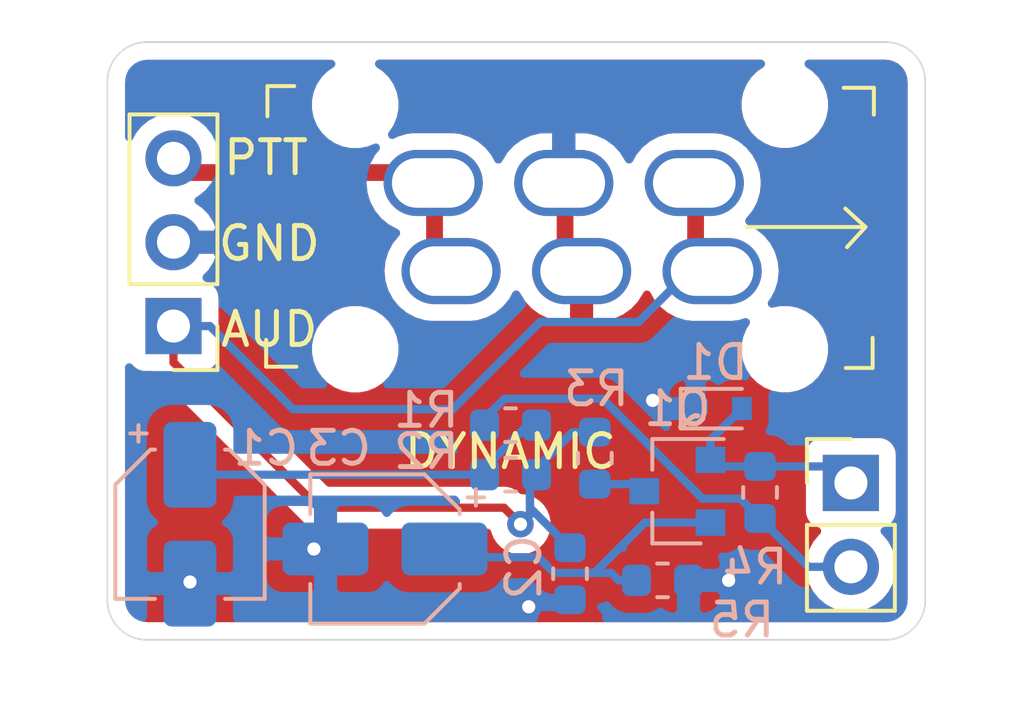
<source format=kicad_pcb>
(kicad_pcb (version 20171130) (host pcbnew "(5.1.4)-1")

  (general
    (thickness 1.6)
    (drawings 13)
    (tracks 68)
    (zones 0)
    (modules 13)
    (nets 9)
  )

  (page A4)
  (layers
    (0 F.Cu signal)
    (31 B.Cu signal hide)
    (32 B.Adhes user hide)
    (33 F.Adhes user)
    (34 B.Paste user hide)
    (35 F.Paste user)
    (36 B.SilkS user hide)
    (37 F.SilkS user)
    (38 B.Mask user hide)
    (39 F.Mask user)
    (40 Dwgs.User user)
    (41 Cmts.User user)
    (42 Eco1.User user)
    (43 Eco2.User user)
    (44 Edge.Cuts user)
    (45 Margin user)
    (46 B.CrtYd user hide)
    (47 F.CrtYd user)
    (48 B.Fab user hide)
    (49 F.Fab user hide)
  )

  (setup
    (last_trace_width 0.25)
    (user_trace_width 0.381)
    (user_trace_width 0.508)
    (trace_clearance 0.2)
    (zone_clearance 0.508)
    (zone_45_only no)
    (trace_min 0.2)
    (via_size 0.8)
    (via_drill 0.4)
    (via_min_size 0.4)
    (via_min_drill 0.3)
    (uvia_size 0.3)
    (uvia_drill 0.1)
    (uvias_allowed no)
    (uvia_min_size 0.2)
    (uvia_min_drill 0.1)
    (edge_width 0.05)
    (segment_width 0.2)
    (pcb_text_width 0.3)
    (pcb_text_size 1.5 1.5)
    (mod_edge_width 0.12)
    (mod_text_size 1 1)
    (mod_text_width 0.15)
    (pad_size 1.524 1.524)
    (pad_drill 0.762)
    (pad_to_mask_clearance 0.051)
    (solder_mask_min_width 0.25)
    (aux_axis_origin 0 0)
    (visible_elements 7FFFFFFF)
    (pcbplotparams
      (layerselection 0x010fc_ffffffff)
      (usegerberextensions false)
      (usegerberattributes false)
      (usegerberadvancedattributes false)
      (creategerberjobfile false)
      (excludeedgelayer true)
      (linewidth 0.100000)
      (plotframeref false)
      (viasonmask false)
      (mode 1)
      (useauxorigin false)
      (hpglpennumber 1)
      (hpglpenspeed 20)
      (hpglpendiameter 15.000000)
      (psnegative false)
      (psa4output false)
      (plotreference true)
      (plotvalue true)
      (plotinvisibletext false)
      (padsonsilk false)
      (subtractmaskfromsilk false)
      (outputformat 1)
      (mirror false)
      (drillshape 0)
      (scaleselection 1)
      (outputdirectory "GerbersDynamic/"))
  )

  (net 0 "")
  (net 1 GND)
  (net 2 "Net-(C1-Pad1)")
  (net 3 "Net-(C2-Pad1)")
  (net 4 "Net-(C3-Pad1)")
  (net 5 "Net-(D1-Pad2)")
  (net 6 "Net-(J1-Pad2)")
  (net 7 "Net-(J2-Pad3)")
  (net 8 "Net-(Q1-Pad3)")

  (net_class Default "This is the default net class."
    (clearance 0.2)
    (trace_width 0.25)
    (via_dia 0.8)
    (via_drill 0.4)
    (uvia_dia 0.3)
    (uvia_drill 0.1)
    (add_net GND)
    (add_net "Net-(C1-Pad1)")
    (add_net "Net-(C2-Pad1)")
    (add_net "Net-(C3-Pad1)")
    (add_net "Net-(D1-Pad2)")
    (add_net "Net-(J1-Pad2)")
    (add_net "Net-(J2-Pad3)")
    (add_net "Net-(Q1-Pad3)")
  )

  (module Logan:NingboSwitch (layer F.Cu) (tedit 5E6933BA) (tstamp 5E696012)
    (at 128 67.5)
    (path /5E69252B)
    (fp_text reference S1 (at -6.096 -5.0292 180) (layer F.SilkS) hide
      (effects (font (size 1 1) (thickness 0.15)))
    )
    (fp_text value NingboSwitch (at 0 0) (layer F.Fab)
      (effects (font (size 1 1) (thickness 0.15)))
    )
    (fp_line (start 8.9408 0) (end 8.3312 -0.5588) (layer F.SilkS) (width 0.12))
    (fp_line (start 8.9408 0) (end 8.382 0.6096) (layer F.SilkS) (width 0.12))
    (fp_line (start -9.1572 -3.3536) (end -9.1572 -4.268) (layer F.SilkS) (width 0.12))
    (fp_line (start -9.1572 -4.268) (end -8.3444 -4.268) (layer F.SilkS) (width 0.12))
    (fp_line (start -8.2812 4.2296) (end -9.1956 4.2296) (layer F.SilkS) (width 0.12))
    (fp_line (start -9.1956 4.2296) (end -9.1956 3.4168) (layer F.SilkS) (width 0.12))
    (fp_line (start 9.1572 3.3536) (end 9.1572 4.268) (layer F.SilkS) (width 0.12))
    (fp_line (start 9.1572 4.268) (end 8.3444 4.268) (layer F.SilkS) (width 0.12))
    (fp_line (start 8.9408 0) (end 5.334 0) (layer F.SilkS) (width 0.12))
    (fp_line (start 9.1948 -4.2164) (end 9.1948 -3.4036) (layer F.SilkS) (width 0.12))
    (fp_line (start 8.2804 -4.2164) (end 9.1948 -4.2164) (layer F.SilkS) (width 0.12))
    (fp_line (start -8.94 4) (end -8.94 -4) (layer F.CrtYd) (width 0.05))
    (fp_line (start 8.94 4) (end -8.94 4) (layer F.CrtYd) (width 0.05))
    (fp_line (start 8.94 -4) (end 8.94 4) (layer F.CrtYd) (width 0.05))
    (fp_line (start -8.94 -4) (end 8.94 -4) (layer F.CrtYd) (width 0.05))
    (pad "" np_thru_hole circle (at -6.5 3.7) (size 1.6 1.6) (drill 1.6) (layers *.Cu *.Mask))
    (pad "" np_thru_hole circle (at 6.5 3.7) (size 1.6 1.6) (drill 1.6) (layers *.Cu *.Mask))
    (pad "" np_thru_hole circle (at -6.5 -3.7) (size 1.6 1.6) (drill 1.6) (layers *.Cu *.Mask))
    (pad "" np_thru_hole circle (at 6.5 -3.7) (size 1.6 1.6) (drill 1.6) (layers *.Cu *.Mask))
    (pad 6 thru_hole oval (at 4.3 1.335) (size 3 2) (drill oval 2.5 1.5) (layers *.Cu *.Mask)
      (net 3 "Net-(C2-Pad1)"))
    (pad 5 thru_hole oval (at 3.76 -1.335) (size 3 2) (drill oval 2.5 1.5) (layers *.Cu *.Mask)
      (net 3 "Net-(C2-Pad1)"))
    (pad 4 thru_hole oval (at 0.35 1.335) (size 3 2) (drill oval 2.5 1.5) (layers *.Cu *.Mask)
      (net 1 GND))
    (pad 3 thru_hole oval (at -0.19 -1.335) (size 3 2) (drill oval 2.5 1.5) (layers *.Cu *.Mask)
      (net 1 GND))
    (pad 1 thru_hole oval (at -3.6 1.335) (size 3 2) (drill oval 2.5 1.5) (layers *.Cu *.Mask)
      (net 7 "Net-(J2-Pad3)"))
    (pad 2 thru_hole oval (at -4.14 -1.335) (size 3 2) (drill oval 2.5 1.5) (layers *.Cu *.Mask)
      (net 7 "Net-(J2-Pad3)"))
    (model C:/Users/lbleam/Documents/KiCad/stepfiles/NingboSwitch.STEP
      (offset (xyz -1.9 -2.5 -12))
      (scale (xyz 1 1 1))
      (rotate (xyz 90 180 -90))
    )
  )

  (module Diode_SMD:D_SOD-523 (layer B.Cu) (tedit 586419F0) (tstamp 5E6986EA)
    (at 132.5 73)
    (descr "http://www.diodes.com/datasheets/ap02001.pdf p.144")
    (tags "Diode SOD523")
    (path /5E68B6FA)
    (attr smd)
    (fp_text reference D1 (at -0.1 -1.4) (layer B.SilkS)
      (effects (font (size 1 1) (thickness 0.15)) (justify mirror))
    )
    (fp_text value 5.0 (at 0 -1.4) (layer B.Fab)
      (effects (font (size 1 1) (thickness 0.15)) (justify mirror))
    )
    (fp_line (start 0.7 -0.6) (end -1.15 -0.6) (layer B.SilkS) (width 0.12))
    (fp_line (start 0.7 0.6) (end -1.15 0.6) (layer B.SilkS) (width 0.12))
    (fp_line (start 0.65 -0.45) (end -0.65 -0.45) (layer B.Fab) (width 0.1))
    (fp_line (start -0.65 -0.45) (end -0.65 0.45) (layer B.Fab) (width 0.1))
    (fp_line (start -0.65 0.45) (end 0.65 0.45) (layer B.Fab) (width 0.1))
    (fp_line (start 0.65 0.45) (end 0.65 -0.45) (layer B.Fab) (width 0.1))
    (fp_line (start -0.2 -0.2) (end -0.2 0.2) (layer B.Fab) (width 0.1))
    (fp_line (start -0.2 0) (end -0.35 0) (layer B.Fab) (width 0.1))
    (fp_line (start -0.2 0) (end 0.1 -0.2) (layer B.Fab) (width 0.1))
    (fp_line (start 0.1 -0.2) (end 0.1 0.2) (layer B.Fab) (width 0.1))
    (fp_line (start 0.1 0.2) (end -0.2 0) (layer B.Fab) (width 0.1))
    (fp_line (start 0.1 0) (end 0.25 0) (layer B.Fab) (width 0.1))
    (fp_line (start 1.25 -0.7) (end -1.25 -0.7) (layer B.CrtYd) (width 0.05))
    (fp_line (start -1.25 -0.7) (end -1.25 0.7) (layer B.CrtYd) (width 0.05))
    (fp_line (start -1.25 0.7) (end 1.25 0.7) (layer B.CrtYd) (width 0.05))
    (fp_line (start 1.25 0.7) (end 1.25 -0.7) (layer B.CrtYd) (width 0.05))
    (fp_line (start -1.15 0.6) (end -1.15 -0.6) (layer B.SilkS) (width 0.12))
    (fp_text user %R (at 0 1.3) (layer B.Fab)
      (effects (font (size 1 1) (thickness 0.15)) (justify mirror))
    )
    (pad 1 smd rect (at -0.7 0 180) (size 0.6 0.7) (layers B.Cu B.Paste B.Mask)
      (net 1 GND))
    (pad 2 smd rect (at 0.7 0 180) (size 0.6 0.7) (layers B.Cu B.Paste B.Mask)
      (net 5 "Net-(D1-Pad2)"))
    (model ${KISYS3DMOD}/Diode_SMD.3dshapes/D_SOD-523.wrl
      (at (xyz 0 0 0))
      (scale (xyz 1 1 1))
      (rotate (xyz 0 0 0))
    )
  )

  (module Capacitor_SMD:CP_Elec_4x4.5 (layer B.Cu) (tedit 5BCA39CF) (tstamp 5E696DA8)
    (at 122.4 77.25 180)
    (descr "SMD capacitor, aluminum electrolytic, Nichicon, 4.0x4.5mm")
    (tags "capacitor electrolytic")
    (path /5E68ADB8)
    (attr smd)
    (fp_text reference C3 (at 1.4 3.05 180) (layer B.SilkS)
      (effects (font (size 1 1) (thickness 0.15)) (justify mirror))
    )
    (fp_text value 4.7u (at 0 -3.2 180) (layer B.Fab)
      (effects (font (size 1 1) (thickness 0.15)) (justify mirror))
    )
    (fp_text user %R (at 0 0 180) (layer B.Fab)
      (effects (font (size 0.8 0.8) (thickness 0.12)) (justify mirror))
    )
    (fp_line (start -3.35 -1.05) (end -2.4 -1.05) (layer B.CrtYd) (width 0.05))
    (fp_line (start -3.35 1.05) (end -3.35 -1.05) (layer B.CrtYd) (width 0.05))
    (fp_line (start -2.4 1.05) (end -3.35 1.05) (layer B.CrtYd) (width 0.05))
    (fp_line (start -2.4 -1.05) (end -2.4 -1.25) (layer B.CrtYd) (width 0.05))
    (fp_line (start -2.4 1.25) (end -2.4 1.05) (layer B.CrtYd) (width 0.05))
    (fp_line (start -2.4 1.25) (end -1.25 2.4) (layer B.CrtYd) (width 0.05))
    (fp_line (start -2.4 -1.25) (end -1.25 -2.4) (layer B.CrtYd) (width 0.05))
    (fp_line (start -1.25 2.4) (end 2.4 2.4) (layer B.CrtYd) (width 0.05))
    (fp_line (start -1.25 -2.4) (end 2.4 -2.4) (layer B.CrtYd) (width 0.05))
    (fp_line (start 2.4 -1.05) (end 2.4 -2.4) (layer B.CrtYd) (width 0.05))
    (fp_line (start 3.35 -1.05) (end 2.4 -1.05) (layer B.CrtYd) (width 0.05))
    (fp_line (start 3.35 1.05) (end 3.35 -1.05) (layer B.CrtYd) (width 0.05))
    (fp_line (start 2.4 1.05) (end 3.35 1.05) (layer B.CrtYd) (width 0.05))
    (fp_line (start 2.4 2.4) (end 2.4 1.05) (layer B.CrtYd) (width 0.05))
    (fp_line (start -2.75 1.81) (end -2.75 1.31) (layer B.SilkS) (width 0.12))
    (fp_line (start -3 1.56) (end -2.5 1.56) (layer B.SilkS) (width 0.12))
    (fp_line (start -2.26 -1.195563) (end -1.195563 -2.26) (layer B.SilkS) (width 0.12))
    (fp_line (start -2.26 1.195563) (end -1.195563 2.26) (layer B.SilkS) (width 0.12))
    (fp_line (start -2.26 1.195563) (end -2.26 1.06) (layer B.SilkS) (width 0.12))
    (fp_line (start -2.26 -1.195563) (end -2.26 -1.06) (layer B.SilkS) (width 0.12))
    (fp_line (start -1.195563 -2.26) (end 2.26 -2.26) (layer B.SilkS) (width 0.12))
    (fp_line (start -1.195563 2.26) (end 2.26 2.26) (layer B.SilkS) (width 0.12))
    (fp_line (start 2.26 2.26) (end 2.26 1.06) (layer B.SilkS) (width 0.12))
    (fp_line (start 2.26 -2.26) (end 2.26 -1.06) (layer B.SilkS) (width 0.12))
    (fp_line (start -1.374773 1.2) (end -1.374773 0.8) (layer B.Fab) (width 0.1))
    (fp_line (start -1.574773 1) (end -1.174773 1) (layer B.Fab) (width 0.1))
    (fp_line (start -2.15 -1.15) (end -1.15 -2.15) (layer B.Fab) (width 0.1))
    (fp_line (start -2.15 1.15) (end -1.15 2.15) (layer B.Fab) (width 0.1))
    (fp_line (start -2.15 1.15) (end -2.15 -1.15) (layer B.Fab) (width 0.1))
    (fp_line (start -1.15 -2.15) (end 2.15 -2.15) (layer B.Fab) (width 0.1))
    (fp_line (start -1.15 2.15) (end 2.15 2.15) (layer B.Fab) (width 0.1))
    (fp_line (start 2.15 2.15) (end 2.15 -2.15) (layer B.Fab) (width 0.1))
    (fp_circle (center 0 0) (end 2 0) (layer B.Fab) (width 0.1))
    (pad 2 smd roundrect (at 1.8 0 180) (size 2.6 1.6) (layers B.Cu B.Paste B.Mask) (roundrect_rratio 0.15625)
      (net 1 GND))
    (pad 1 smd roundrect (at -1.8 0 180) (size 2.6 1.6) (layers B.Cu B.Paste B.Mask) (roundrect_rratio 0.15625)
      (net 4 "Net-(C3-Pad1)"))
    (model ${KISYS3DMOD}/Capacitor_SMD.3dshapes/CP_Elec_4x4.5.wrl
      (at (xyz 0 0 0))
      (scale (xyz 1 1 1))
      (rotate (xyz 0 0 0))
    )
  )

  (module Capacitor_SMD:CP_Elec_4x4.5 (layer B.Cu) (tedit 5BCA39CF) (tstamp 5E699647)
    (at 116.5 76.5 270)
    (descr "SMD capacitor, aluminum electrolytic, Nichicon, 4.0x4.5mm")
    (tags "capacitor electrolytic")
    (path /5E685935)
    (attr smd)
    (fp_text reference C1 (at -2.3 -2.3) (layer B.SilkS)
      (effects (font (size 1 1) (thickness 0.15)) (justify mirror))
    )
    (fp_text value 4.7u (at 0 -3.2 270) (layer B.Fab)
      (effects (font (size 1 1) (thickness 0.15)) (justify mirror))
    )
    (fp_text user %R (at 0 0 270) (layer B.Fab)
      (effects (font (size 0.8 0.8) (thickness 0.12)) (justify mirror))
    )
    (fp_line (start -3.35 -1.05) (end -2.4 -1.05) (layer B.CrtYd) (width 0.05))
    (fp_line (start -3.35 1.05) (end -3.35 -1.05) (layer B.CrtYd) (width 0.05))
    (fp_line (start -2.4 1.05) (end -3.35 1.05) (layer B.CrtYd) (width 0.05))
    (fp_line (start -2.4 -1.05) (end -2.4 -1.25) (layer B.CrtYd) (width 0.05))
    (fp_line (start -2.4 1.25) (end -2.4 1.05) (layer B.CrtYd) (width 0.05))
    (fp_line (start -2.4 1.25) (end -1.25 2.4) (layer B.CrtYd) (width 0.05))
    (fp_line (start -2.4 -1.25) (end -1.25 -2.4) (layer B.CrtYd) (width 0.05))
    (fp_line (start -1.25 2.4) (end 2.4 2.4) (layer B.CrtYd) (width 0.05))
    (fp_line (start -1.25 -2.4) (end 2.4 -2.4) (layer B.CrtYd) (width 0.05))
    (fp_line (start 2.4 -1.05) (end 2.4 -2.4) (layer B.CrtYd) (width 0.05))
    (fp_line (start 3.35 -1.05) (end 2.4 -1.05) (layer B.CrtYd) (width 0.05))
    (fp_line (start 3.35 1.05) (end 3.35 -1.05) (layer B.CrtYd) (width 0.05))
    (fp_line (start 2.4 1.05) (end 3.35 1.05) (layer B.CrtYd) (width 0.05))
    (fp_line (start 2.4 2.4) (end 2.4 1.05) (layer B.CrtYd) (width 0.05))
    (fp_line (start -2.75 1.81) (end -2.75 1.31) (layer B.SilkS) (width 0.12))
    (fp_line (start -3 1.56) (end -2.5 1.56) (layer B.SilkS) (width 0.12))
    (fp_line (start -2.26 -1.195563) (end -1.195563 -2.26) (layer B.SilkS) (width 0.12))
    (fp_line (start -2.26 1.195563) (end -1.195563 2.26) (layer B.SilkS) (width 0.12))
    (fp_line (start -2.26 1.195563) (end -2.26 1.06) (layer B.SilkS) (width 0.12))
    (fp_line (start -2.26 -1.195563) (end -2.26 -1.06) (layer B.SilkS) (width 0.12))
    (fp_line (start -1.195563 -2.26) (end 2.26 -2.26) (layer B.SilkS) (width 0.12))
    (fp_line (start -1.195563 2.26) (end 2.26 2.26) (layer B.SilkS) (width 0.12))
    (fp_line (start 2.26 2.26) (end 2.26 1.06) (layer B.SilkS) (width 0.12))
    (fp_line (start 2.26 -2.26) (end 2.26 -1.06) (layer B.SilkS) (width 0.12))
    (fp_line (start -1.374773 1.2) (end -1.374773 0.8) (layer B.Fab) (width 0.1))
    (fp_line (start -1.574773 1) (end -1.174773 1) (layer B.Fab) (width 0.1))
    (fp_line (start -2.15 -1.15) (end -1.15 -2.15) (layer B.Fab) (width 0.1))
    (fp_line (start -2.15 1.15) (end -1.15 2.15) (layer B.Fab) (width 0.1))
    (fp_line (start -2.15 1.15) (end -2.15 -1.15) (layer B.Fab) (width 0.1))
    (fp_line (start -1.15 -2.15) (end 2.15 -2.15) (layer B.Fab) (width 0.1))
    (fp_line (start -1.15 2.15) (end 2.15 2.15) (layer B.Fab) (width 0.1))
    (fp_line (start 2.15 2.15) (end 2.15 -2.15) (layer B.Fab) (width 0.1))
    (fp_circle (center 0 0) (end 2 0) (layer B.Fab) (width 0.1))
    (pad 2 smd roundrect (at 1.8 0 270) (size 2.6 1.6) (layers B.Cu B.Paste B.Mask) (roundrect_rratio 0.15625)
      (net 1 GND))
    (pad 1 smd roundrect (at -1.8 0 270) (size 2.6 1.6) (layers B.Cu B.Paste B.Mask) (roundrect_rratio 0.15625)
      (net 2 "Net-(C1-Pad1)"))
    (model ${KISYS3DMOD}/Capacitor_SMD.3dshapes/CP_Elec_4x4.5.wrl
      (at (xyz 0 0 0))
      (scale (xyz 1 1 1))
      (rotate (xyz 0 0 0))
    )
  )

  (module Resistor_SMD:R_0603_1608Metric (layer B.Cu) (tedit 5B301BBD) (tstamp 5E693D19)
    (at 130.8 78.2)
    (descr "Resistor SMD 0603 (1608 Metric), square (rectangular) end terminal, IPC_7351 nominal, (Body size source: http://www.tortai-tech.com/upload/download/2011102023233369053.pdf), generated with kicad-footprint-generator")
    (tags resistor)
    (path /5E68B277)
    (attr smd)
    (fp_text reference R5 (at 2.4 1.2 180) (layer B.SilkS)
      (effects (font (size 1 1) (thickness 0.15)) (justify mirror))
    )
    (fp_text value 6.8k (at 0 -1.43 180) (layer B.Fab)
      (effects (font (size 1 1) (thickness 0.15)) (justify mirror))
    )
    (fp_text user %R (at 0 0 180) (layer B.Fab)
      (effects (font (size 0.4 0.4) (thickness 0.06)) (justify mirror))
    )
    (fp_line (start 1.48 -0.73) (end -1.48 -0.73) (layer B.CrtYd) (width 0.05))
    (fp_line (start 1.48 0.73) (end 1.48 -0.73) (layer B.CrtYd) (width 0.05))
    (fp_line (start -1.48 0.73) (end 1.48 0.73) (layer B.CrtYd) (width 0.05))
    (fp_line (start -1.48 -0.73) (end -1.48 0.73) (layer B.CrtYd) (width 0.05))
    (fp_line (start -0.162779 -0.51) (end 0.162779 -0.51) (layer B.SilkS) (width 0.12))
    (fp_line (start -0.162779 0.51) (end 0.162779 0.51) (layer B.SilkS) (width 0.12))
    (fp_line (start 0.8 -0.4) (end -0.8 -0.4) (layer B.Fab) (width 0.1))
    (fp_line (start 0.8 0.4) (end 0.8 -0.4) (layer B.Fab) (width 0.1))
    (fp_line (start -0.8 0.4) (end 0.8 0.4) (layer B.Fab) (width 0.1))
    (fp_line (start -0.8 -0.4) (end -0.8 0.4) (layer B.Fab) (width 0.1))
    (pad 2 smd roundrect (at 0.7875 0) (size 0.875 0.95) (layers B.Cu B.Paste B.Mask) (roundrect_rratio 0.25)
      (net 1 GND))
    (pad 1 smd roundrect (at -0.7875 0) (size 0.875 0.95) (layers B.Cu B.Paste B.Mask) (roundrect_rratio 0.25)
      (net 4 "Net-(C3-Pad1)"))
    (model ${KISYS3DMOD}/Resistor_SMD.3dshapes/R_0603_1608Metric.wrl
      (at (xyz 0 0 0))
      (scale (xyz 1 1 1))
      (rotate (xyz 0 0 0))
    )
  )

  (module Resistor_SMD:R_0603_1608Metric (layer B.Cu) (tedit 5B301BBD) (tstamp 5E693D08)
    (at 133.75 75.5375 90)
    (descr "Resistor SMD 0603 (1608 Metric), square (rectangular) end terminal, IPC_7351 nominal, (Body size source: http://www.tortai-tech.com/upload/download/2011102023233369053.pdf), generated with kicad-footprint-generator")
    (tags resistor)
    (path /5E688867)
    (attr smd)
    (fp_text reference R4 (at -2.2625 -0.15) (layer B.SilkS)
      (effects (font (size 1 1) (thickness 0.15)) (justify mirror))
    )
    (fp_text value 200 (at 0 -1.43 270) (layer B.Fab)
      (effects (font (size 1 1) (thickness 0.15)) (justify mirror))
    )
    (fp_text user %R (at 0 0 270) (layer B.Fab)
      (effects (font (size 0.4 0.4) (thickness 0.06)) (justify mirror))
    )
    (fp_line (start 1.48 -0.73) (end -1.48 -0.73) (layer B.CrtYd) (width 0.05))
    (fp_line (start 1.48 0.73) (end 1.48 -0.73) (layer B.CrtYd) (width 0.05))
    (fp_line (start -1.48 0.73) (end 1.48 0.73) (layer B.CrtYd) (width 0.05))
    (fp_line (start -1.48 -0.73) (end -1.48 0.73) (layer B.CrtYd) (width 0.05))
    (fp_line (start -0.162779 -0.51) (end 0.162779 -0.51) (layer B.SilkS) (width 0.12))
    (fp_line (start -0.162779 0.51) (end 0.162779 0.51) (layer B.SilkS) (width 0.12))
    (fp_line (start 0.8 -0.4) (end -0.8 -0.4) (layer B.Fab) (width 0.1))
    (fp_line (start 0.8 0.4) (end 0.8 -0.4) (layer B.Fab) (width 0.1))
    (fp_line (start -0.8 0.4) (end 0.8 0.4) (layer B.Fab) (width 0.1))
    (fp_line (start -0.8 -0.4) (end -0.8 0.4) (layer B.Fab) (width 0.1))
    (pad 2 smd roundrect (at 0.7875 0 90) (size 0.875 0.95) (layers B.Cu B.Paste B.Mask) (roundrect_rratio 0.25)
      (net 5 "Net-(D1-Pad2)"))
    (pad 1 smd roundrect (at -0.7875 0 90) (size 0.875 0.95) (layers B.Cu B.Paste B.Mask) (roundrect_rratio 0.25)
      (net 6 "Net-(J1-Pad2)"))
    (model ${KISYS3DMOD}/Resistor_SMD.3dshapes/R_0603_1608Metric.wrl
      (at (xyz 0 0 0))
      (scale (xyz 1 1 1))
      (rotate (xyz 0 0 0))
    )
  )

  (module Resistor_SMD:R_0603_1608Metric (layer B.Cu) (tedit 5B301BBD) (tstamp 5E693CF7)
    (at 128.75 74.5 270)
    (descr "Resistor SMD 0603 (1608 Metric), square (rectangular) end terminal, IPC_7351 nominal, (Body size source: http://www.tortai-tech.com/upload/download/2011102023233369053.pdf), generated with kicad-footprint-generator")
    (tags resistor)
    (path /5E685120)
    (attr smd)
    (fp_text reference R3 (at -2.1 -0.05 180) (layer B.SilkS)
      (effects (font (size 1 1) (thickness 0.15)) (justify mirror))
    )
    (fp_text value 470 (at 0 -1.43 90) (layer B.Fab)
      (effects (font (size 1 1) (thickness 0.15)) (justify mirror))
    )
    (fp_text user %R (at 0 0 90) (layer B.Fab)
      (effects (font (size 0.4 0.4) (thickness 0.06)) (justify mirror))
    )
    (fp_line (start 1.48 -0.73) (end -1.48 -0.73) (layer B.CrtYd) (width 0.05))
    (fp_line (start 1.48 0.73) (end 1.48 -0.73) (layer B.CrtYd) (width 0.05))
    (fp_line (start -1.48 0.73) (end 1.48 0.73) (layer B.CrtYd) (width 0.05))
    (fp_line (start -1.48 -0.73) (end -1.48 0.73) (layer B.CrtYd) (width 0.05))
    (fp_line (start -0.162779 -0.51) (end 0.162779 -0.51) (layer B.SilkS) (width 0.12))
    (fp_line (start -0.162779 0.51) (end 0.162779 0.51) (layer B.SilkS) (width 0.12))
    (fp_line (start 0.8 -0.4) (end -0.8 -0.4) (layer B.Fab) (width 0.1))
    (fp_line (start 0.8 0.4) (end 0.8 -0.4) (layer B.Fab) (width 0.1))
    (fp_line (start -0.8 0.4) (end 0.8 0.4) (layer B.Fab) (width 0.1))
    (fp_line (start -0.8 -0.4) (end -0.8 0.4) (layer B.Fab) (width 0.1))
    (pad 2 smd roundrect (at 0.7875 0 270) (size 0.875 0.95) (layers B.Cu B.Paste B.Mask) (roundrect_rratio 0.25)
      (net 8 "Net-(Q1-Pad3)"))
    (pad 1 smd roundrect (at -0.7875 0 270) (size 0.875 0.95) (layers B.Cu B.Paste B.Mask) (roundrect_rratio 0.25)
      (net 3 "Net-(C2-Pad1)"))
    (model ${KISYS3DMOD}/Resistor_SMD.3dshapes/R_0603_1608Metric.wrl
      (at (xyz 0 0 0))
      (scale (xyz 1 1 1))
      (rotate (xyz 0 0 0))
    )
  )

  (module Resistor_SMD:R_0603_1608Metric (layer B.Cu) (tedit 5B301BBD) (tstamp 5E693CE6)
    (at 126.2 75 180)
    (descr "Resistor SMD 0603 (1608 Metric), square (rectangular) end terminal, IPC_7351 nominal, (Body size source: http://www.tortai-tech.com/upload/download/2011102023233369053.pdf), generated with kicad-footprint-generator")
    (tags resistor)
    (path /5E68556E)
    (attr smd)
    (fp_text reference R2 (at 2.55 0.7 180) (layer B.SilkS)
      (effects (font (size 1 1) (thickness 0.15)) (justify mirror))
    )
    (fp_text value 330k (at 0 -1.43 180) (layer B.Fab)
      (effects (font (size 1 1) (thickness 0.15)) (justify mirror))
    )
    (fp_text user %R (at 0 0 180) (layer B.Fab)
      (effects (font (size 0.4 0.4) (thickness 0.06)) (justify mirror))
    )
    (fp_line (start 1.48 -0.73) (end -1.48 -0.73) (layer B.CrtYd) (width 0.05))
    (fp_line (start 1.48 0.73) (end 1.48 -0.73) (layer B.CrtYd) (width 0.05))
    (fp_line (start -1.48 0.73) (end 1.48 0.73) (layer B.CrtYd) (width 0.05))
    (fp_line (start -1.48 -0.73) (end -1.48 0.73) (layer B.CrtYd) (width 0.05))
    (fp_line (start -0.162779 -0.51) (end 0.162779 -0.51) (layer B.SilkS) (width 0.12))
    (fp_line (start -0.162779 0.51) (end 0.162779 0.51) (layer B.SilkS) (width 0.12))
    (fp_line (start 0.8 -0.4) (end -0.8 -0.4) (layer B.Fab) (width 0.1))
    (fp_line (start 0.8 0.4) (end 0.8 -0.4) (layer B.Fab) (width 0.1))
    (fp_line (start -0.8 0.4) (end 0.8 0.4) (layer B.Fab) (width 0.1))
    (fp_line (start -0.8 -0.4) (end -0.8 0.4) (layer B.Fab) (width 0.1))
    (pad 2 smd roundrect (at 0.7875 0 180) (size 0.875 0.95) (layers B.Cu B.Paste B.Mask) (roundrect_rratio 0.25)
      (net 2 "Net-(C1-Pad1)"))
    (pad 1 smd roundrect (at -0.7875 0 180) (size 0.875 0.95) (layers B.Cu B.Paste B.Mask) (roundrect_rratio 0.25)
      (net 3 "Net-(C2-Pad1)"))
    (model ${KISYS3DMOD}/Resistor_SMD.3dshapes/R_0603_1608Metric.wrl
      (at (xyz 0 0 0))
      (scale (xyz 1 1 1))
      (rotate (xyz 0 0 0))
    )
  )

  (module Resistor_SMD:R_0603_1608Metric (layer B.Cu) (tedit 5B301BBD) (tstamp 5E693CD5)
    (at 126.2 73.5 180)
    (descr "Resistor SMD 0603 (1608 Metric), square (rectangular) end terminal, IPC_7351 nominal, (Body size source: http://www.tortai-tech.com/upload/download/2011102023233369053.pdf), generated with kicad-footprint-generator")
    (tags resistor)
    (path /5E688E4B)
    (attr smd)
    (fp_text reference R1 (at 2.55 0.45 180) (layer B.SilkS)
      (effects (font (size 1 1) (thickness 0.15)) (justify mirror))
    )
    (fp_text value 470 (at 0 -1.43 180) (layer B.Fab)
      (effects (font (size 1 1) (thickness 0.15)) (justify mirror))
    )
    (fp_text user %R (at 0 0 180) (layer B.Fab)
      (effects (font (size 0.4 0.4) (thickness 0.06)) (justify mirror))
    )
    (fp_line (start 1.48 -0.73) (end -1.48 -0.73) (layer B.CrtYd) (width 0.05))
    (fp_line (start 1.48 0.73) (end 1.48 -0.73) (layer B.CrtYd) (width 0.05))
    (fp_line (start -1.48 0.73) (end 1.48 0.73) (layer B.CrtYd) (width 0.05))
    (fp_line (start -1.48 -0.73) (end -1.48 0.73) (layer B.CrtYd) (width 0.05))
    (fp_line (start -0.162779 -0.51) (end 0.162779 -0.51) (layer B.SilkS) (width 0.12))
    (fp_line (start -0.162779 0.51) (end 0.162779 0.51) (layer B.SilkS) (width 0.12))
    (fp_line (start 0.8 -0.4) (end -0.8 -0.4) (layer B.Fab) (width 0.1))
    (fp_line (start 0.8 0.4) (end 0.8 -0.4) (layer B.Fab) (width 0.1))
    (fp_line (start -0.8 0.4) (end 0.8 0.4) (layer B.Fab) (width 0.1))
    (fp_line (start -0.8 -0.4) (end -0.8 0.4) (layer B.Fab) (width 0.1))
    (pad 2 smd roundrect (at 0.7875 0 180) (size 0.875 0.95) (layers B.Cu B.Paste B.Mask) (roundrect_rratio 0.25)
      (net 6 "Net-(J1-Pad2)"))
    (pad 1 smd roundrect (at -0.7875 0 180) (size 0.875 0.95) (layers B.Cu B.Paste B.Mask) (roundrect_rratio 0.25)
      (net 2 "Net-(C1-Pad1)"))
    (model ${KISYS3DMOD}/Resistor_SMD.3dshapes/R_0603_1608Metric.wrl
      (at (xyz 0 0 0))
      (scale (xyz 1 1 1))
      (rotate (xyz 0 0 0))
    )
  )

  (module Package_TO_SOT_SMD:SOT-23 (layer B.Cu) (tedit 5A02FF57) (tstamp 5E693CC4)
    (at 131.25 75.5 180)
    (descr "SOT-23, Standard")
    (tags SOT-23)
    (path /5E687628)
    (attr smd)
    (fp_text reference Q1 (at 0 2.5) (layer B.SilkS)
      (effects (font (size 1 1) (thickness 0.15)) (justify mirror))
    )
    (fp_text value BC850 (at 0 -2.5) (layer B.Fab)
      (effects (font (size 1 1) (thickness 0.15)) (justify mirror))
    )
    (fp_line (start 0.76 -1.58) (end -0.7 -1.58) (layer B.SilkS) (width 0.12))
    (fp_line (start 0.76 1.58) (end -1.4 1.58) (layer B.SilkS) (width 0.12))
    (fp_line (start -1.7 -1.75) (end -1.7 1.75) (layer B.CrtYd) (width 0.05))
    (fp_line (start 1.7 -1.75) (end -1.7 -1.75) (layer B.CrtYd) (width 0.05))
    (fp_line (start 1.7 1.75) (end 1.7 -1.75) (layer B.CrtYd) (width 0.05))
    (fp_line (start -1.7 1.75) (end 1.7 1.75) (layer B.CrtYd) (width 0.05))
    (fp_line (start 0.76 1.58) (end 0.76 0.65) (layer B.SilkS) (width 0.12))
    (fp_line (start 0.76 -1.58) (end 0.76 -0.65) (layer B.SilkS) (width 0.12))
    (fp_line (start -0.7 -1.52) (end 0.7 -1.52) (layer B.Fab) (width 0.1))
    (fp_line (start 0.7 1.52) (end 0.7 -1.52) (layer B.Fab) (width 0.1))
    (fp_line (start -0.7 0.95) (end -0.15 1.52) (layer B.Fab) (width 0.1))
    (fp_line (start -0.15 1.52) (end 0.7 1.52) (layer B.Fab) (width 0.1))
    (fp_line (start -0.7 0.95) (end -0.7 -1.5) (layer B.Fab) (width 0.1))
    (fp_text user %R (at 0 0 -90) (layer B.Fab)
      (effects (font (size 0.5 0.5) (thickness 0.075)) (justify mirror))
    )
    (pad 3 smd rect (at 1 0 180) (size 0.9 0.8) (layers B.Cu B.Paste B.Mask)
      (net 8 "Net-(Q1-Pad3)"))
    (pad 2 smd rect (at -1 -0.95 180) (size 0.9 0.8) (layers B.Cu B.Paste B.Mask)
      (net 4 "Net-(C3-Pad1)"))
    (pad 1 smd rect (at -1 0.95 180) (size 0.9 0.8) (layers B.Cu B.Paste B.Mask)
      (net 5 "Net-(D1-Pad2)"))
    (model ${KISYS3DMOD}/Package_TO_SOT_SMD.3dshapes/SOT-23.wrl
      (at (xyz 0 0 0))
      (scale (xyz 1 1 1))
      (rotate (xyz 0 0 0))
    )
  )

  (module Connector_PinHeader_2.54mm:PinHeader_1x03_P2.54mm_Vertical (layer F.Cu) (tedit 59FED5CC) (tstamp 5E693CAF)
    (at 116 70.5 180)
    (descr "Through hole straight pin header, 1x03, 2.54mm pitch, single row")
    (tags "Through hole pin header THT 1x03 2.54mm single row")
    (path /5E6B4C43)
    (fp_text reference J2 (at 0 -2.33) (layer F.SilkS) hide
      (effects (font (size 1 1) (thickness 0.15)))
    )
    (fp_text value Conn_01x03_Female (at 0 7.41) (layer F.Fab)
      (effects (font (size 1 1) (thickness 0.15)))
    )
    (fp_text user %R (at 0 2.54 90) (layer F.Fab)
      (effects (font (size 1 1) (thickness 0.15)))
    )
    (fp_line (start 1.8 -1.8) (end -1.8 -1.8) (layer F.CrtYd) (width 0.05))
    (fp_line (start 1.8 6.85) (end 1.8 -1.8) (layer F.CrtYd) (width 0.05))
    (fp_line (start -1.8 6.85) (end 1.8 6.85) (layer F.CrtYd) (width 0.05))
    (fp_line (start -1.8 -1.8) (end -1.8 6.85) (layer F.CrtYd) (width 0.05))
    (fp_line (start -1.33 -1.33) (end 0 -1.33) (layer F.SilkS) (width 0.12))
    (fp_line (start -1.33 0) (end -1.33 -1.33) (layer F.SilkS) (width 0.12))
    (fp_line (start -1.33 1.27) (end 1.33 1.27) (layer F.SilkS) (width 0.12))
    (fp_line (start 1.33 1.27) (end 1.33 6.41) (layer F.SilkS) (width 0.12))
    (fp_line (start -1.33 1.27) (end -1.33 6.41) (layer F.SilkS) (width 0.12))
    (fp_line (start -1.33 6.41) (end 1.33 6.41) (layer F.SilkS) (width 0.12))
    (fp_line (start -1.27 -0.635) (end -0.635 -1.27) (layer F.Fab) (width 0.1))
    (fp_line (start -1.27 6.35) (end -1.27 -0.635) (layer F.Fab) (width 0.1))
    (fp_line (start 1.27 6.35) (end -1.27 6.35) (layer F.Fab) (width 0.1))
    (fp_line (start 1.27 -1.27) (end 1.27 6.35) (layer F.Fab) (width 0.1))
    (fp_line (start -0.635 -1.27) (end 1.27 -1.27) (layer F.Fab) (width 0.1))
    (pad 3 thru_hole oval (at 0 5.08 180) (size 1.7 1.7) (drill 1) (layers *.Cu *.Mask)
      (net 7 "Net-(J2-Pad3)"))
    (pad 2 thru_hole oval (at 0 2.54 180) (size 1.7 1.7) (drill 1) (layers *.Cu *.Mask)
      (net 1 GND))
    (pad 1 thru_hole rect (at 0 0 180) (size 1.7 1.7) (drill 1) (layers *.Cu *.Mask)
      (net 3 "Net-(C2-Pad1)"))
  )

  (module Connector_PinHeader_2.54mm:PinHeader_1x02_P2.54mm_Vertical (layer F.Cu) (tedit 59FED5CC) (tstamp 5E693C98)
    (at 136.5 75.25)
    (descr "Through hole straight pin header, 1x02, 2.54mm pitch, single row")
    (tags "Through hole pin header THT 1x02 2.54mm single row")
    (path /5E6C8002)
    (fp_text reference J1 (at 0 -2.33) (layer F.SilkS) hide
      (effects (font (size 1 1) (thickness 0.15)))
    )
    (fp_text value Conn_01x02_Female (at 0 4.87) (layer F.Fab)
      (effects (font (size 1 1) (thickness 0.15)))
    )
    (fp_text user %R (at 0 1.27 90) (layer F.Fab)
      (effects (font (size 1 1) (thickness 0.15)))
    )
    (fp_line (start 1.8 -1.8) (end -1.8 -1.8) (layer F.CrtYd) (width 0.05))
    (fp_line (start 1.8 4.35) (end 1.8 -1.8) (layer F.CrtYd) (width 0.05))
    (fp_line (start -1.8 4.35) (end 1.8 4.35) (layer F.CrtYd) (width 0.05))
    (fp_line (start -1.8 -1.8) (end -1.8 4.35) (layer F.CrtYd) (width 0.05))
    (fp_line (start -1.33 -1.33) (end 0 -1.33) (layer F.SilkS) (width 0.12))
    (fp_line (start -1.33 0) (end -1.33 -1.33) (layer F.SilkS) (width 0.12))
    (fp_line (start -1.33 1.27) (end 1.33 1.27) (layer F.SilkS) (width 0.12))
    (fp_line (start 1.33 1.27) (end 1.33 3.87) (layer F.SilkS) (width 0.12))
    (fp_line (start -1.33 1.27) (end -1.33 3.87) (layer F.SilkS) (width 0.12))
    (fp_line (start -1.33 3.87) (end 1.33 3.87) (layer F.SilkS) (width 0.12))
    (fp_line (start -1.27 -0.635) (end -0.635 -1.27) (layer F.Fab) (width 0.1))
    (fp_line (start -1.27 3.81) (end -1.27 -0.635) (layer F.Fab) (width 0.1))
    (fp_line (start 1.27 3.81) (end -1.27 3.81) (layer F.Fab) (width 0.1))
    (fp_line (start 1.27 -1.27) (end 1.27 3.81) (layer F.Fab) (width 0.1))
    (fp_line (start -0.635 -1.27) (end 1.27 -1.27) (layer F.Fab) (width 0.1))
    (pad 2 thru_hole oval (at 0 2.54) (size 1.7 1.7) (drill 1) (layers *.Cu *.Mask)
      (net 6 "Net-(J1-Pad2)"))
    (pad 1 thru_hole rect (at 0 0) (size 1.7 1.7) (drill 1) (layers *.Cu *.Mask)
      (net 5 "Net-(D1-Pad2)"))
  )

  (module Capacitor_SMD:C_0603_1608Metric (layer B.Cu) (tedit 5B301BBE) (tstamp 5E693C41)
    (at 128 78 270)
    (descr "Capacitor SMD 0603 (1608 Metric), square (rectangular) end terminal, IPC_7351 nominal, (Body size source: http://www.tortai-tech.com/upload/download/2011102023233369053.pdf), generated with kicad-footprint-generator")
    (tags capacitor)
    (path /5E695383)
    (attr smd)
    (fp_text reference C2 (at -0.2 1.4 90) (layer B.SilkS)
      (effects (font (size 1 1) (thickness 0.15)) (justify mirror))
    )
    (fp_text value 0.01u (at 0 -1.43 270) (layer B.Fab)
      (effects (font (size 1 1) (thickness 0.15)) (justify mirror))
    )
    (fp_text user %R (at 0 0 270) (layer B.Fab)
      (effects (font (size 0.4 0.4) (thickness 0.06)) (justify mirror))
    )
    (fp_line (start 1.48 -0.73) (end -1.48 -0.73) (layer B.CrtYd) (width 0.05))
    (fp_line (start 1.48 0.73) (end 1.48 -0.73) (layer B.CrtYd) (width 0.05))
    (fp_line (start -1.48 0.73) (end 1.48 0.73) (layer B.CrtYd) (width 0.05))
    (fp_line (start -1.48 -0.73) (end -1.48 0.73) (layer B.CrtYd) (width 0.05))
    (fp_line (start -0.162779 -0.51) (end 0.162779 -0.51) (layer B.SilkS) (width 0.12))
    (fp_line (start -0.162779 0.51) (end 0.162779 0.51) (layer B.SilkS) (width 0.12))
    (fp_line (start 0.8 -0.4) (end -0.8 -0.4) (layer B.Fab) (width 0.1))
    (fp_line (start 0.8 0.4) (end 0.8 -0.4) (layer B.Fab) (width 0.1))
    (fp_line (start -0.8 0.4) (end 0.8 0.4) (layer B.Fab) (width 0.1))
    (fp_line (start -0.8 -0.4) (end -0.8 0.4) (layer B.Fab) (width 0.1))
    (pad 2 smd roundrect (at 0.7875 0 270) (size 0.875 0.95) (layers B.Cu B.Paste B.Mask) (roundrect_rratio 0.25)
      (net 1 GND))
    (pad 1 smd roundrect (at -0.7875 0 270) (size 0.875 0.95) (layers B.Cu B.Paste B.Mask) (roundrect_rratio 0.25)
      (net 3 "Net-(C2-Pad1)"))
    (model ${KISYS3DMOD}/Capacitor_SMD.3dshapes/C_0603_1608Metric.wrl
      (at (xyz 0 0 0))
      (scale (xyz 1 1 1))
      (rotate (xyz 0 0 0))
    )
  )

  (gr_text AUD (at 118.9 70.6) (layer F.SilkS)
    (effects (font (size 1 1) (thickness 0.15)))
  )
  (gr_text GND (at 118.9 68) (layer F.SilkS)
    (effects (font (size 1 1) (thickness 0.15)))
  )
  (gr_text PTT (at 118.8 65.4) (layer F.SilkS)
    (effects (font (size 1 1) (thickness 0.15)))
  )
  (gr_text DYNAMIC (at 126.2 74.3) (layer F.SilkS)
    (effects (font (size 1 1) (thickness 0.15)))
  )
  (gr_arc (start 115.2 63.1) (end 115.2 61.9) (angle -90) (layer Edge.Cuts) (width 0.05) (tstamp 5E69A296))
  (gr_arc (start 137.55 63.1) (end 138.75 63.1) (angle -90) (layer Edge.Cuts) (width 0.05) (tstamp 5E69A296))
  (gr_arc (start 137.55 78.8) (end 137.55 80) (angle -90) (layer Edge.Cuts) (width 0.05) (tstamp 5E69A2A3))
  (gr_arc (start 115.2 78.8) (end 114 78.8) (angle -90) (layer Edge.Cuts) (width 0.05))
  (gr_circle (center 0 0) (end 1.2 0) (layer B.SilkS) (width 0.12))
  (gr_line (start 137.55 61.9) (end 115.2 61.9) (layer Edge.Cuts) (width 0.05) (tstamp 5E697B2B))
  (gr_line (start 138.75 78.8) (end 138.75 63.1) (layer Edge.Cuts) (width 0.05))
  (gr_line (start 115.2 80) (end 137.55 80) (layer Edge.Cuts) (width 0.05))
  (gr_line (start 114 63.1) (end 114 78.8) (layer Edge.Cuts) (width 0.05))

  (via (at 130.5 72.75) (size 0.8) (drill 0.4) (layers F.Cu B.Cu) (net 1))
  (via (at 116.5 78.25) (size 0.8) (drill 0.4) (layers F.Cu B.Cu) (net 1))
  (via (at 120.25 77.25) (size 0.8) (drill 0.4) (layers F.Cu B.Cu) (net 1))
  (via (at 126.75 79) (size 0.8) (drill 0.4) (layers F.Cu B.Cu) (net 1))
  (via (at 132.8 78.2) (size 0.8) (drill 0.4) (layers F.Cu B.Cu) (net 1))
  (segment (start 127.7875 79) (end 128 78.7875) (width 0.25) (layer B.Cu) (net 1))
  (segment (start 126.75 79) (end 127.7875 79) (width 0.25) (layer B.Cu) (net 1))
  (segment (start 130.75 73) (end 130.5 72.75) (width 0.25) (layer B.Cu) (net 1))
  (segment (start 131.8 73) (end 130.75 73) (width 0.25) (layer B.Cu) (net 1))
  (segment (start 131.5875 78.2) (end 132.8 78.2) (width 0.25) (layer B.Cu) (net 1))
  (segment (start 127.85 66.725) (end 128.41 66.165) (width 0.508) (layer F.Cu) (net 1))
  (segment (start 127.85 68.835) (end 127.85 66.725) (width 0.508) (layer F.Cu) (net 1))
  (segment (start 126.7125 73.5) (end 125.2125 75) (width 0.25) (layer B.Cu) (net 2))
  (segment (start 126.7875 73.5) (end 126.7125 73.5) (width 0.25) (layer B.Cu) (net 2))
  (segment (start 116.8 75) (end 125.2125 75) (width 0.25) (layer B.Cu) (net 2))
  (segment (start 116.5 74.7) (end 116.8 75) (width 0.25) (layer B.Cu) (net 2))
  (segment (start 128.075 73.7125) (end 126.7875 75) (width 0.25) (layer B.Cu) (net 3))
  (segment (start 128.75 73.7125) (end 128.075 73.7125) (width 0.25) (layer B.Cu) (net 3))
  (segment (start 127.093496 70.37501) (end 130.07499 70.37501) (width 0.25) (layer B.Cu) (net 3))
  (segment (start 124.44999 73.018516) (end 127.093496 70.37501) (width 0.25) (layer B.Cu) (net 3))
  (segment (start 131.3 69.15) (end 131.8 69.15) (width 0.25) (layer B.Cu) (net 3))
  (segment (start 130.07499 70.37501) (end 131.3 69.15) (width 0.25) (layer B.Cu) (net 3))
  (segment (start 119.618516 73.018516) (end 124.44999 73.018516) (width 0.25) (layer B.Cu) (net 3))
  (segment (start 117.1 70.5) (end 119.618516 73.018516) (width 0.25) (layer B.Cu) (net 3))
  (segment (start 116 70.5) (end 117.1 70.5) (width 0.25) (layer B.Cu) (net 3))
  (via (at 126.5 76.5) (size 0.8) (drill 0.4) (layers F.Cu B.Cu) (net 3))
  (segment (start 126 76) (end 126.5 76.5) (width 0.25) (layer F.Cu) (net 3))
  (segment (start 120.4 76) (end 126 76) (width 0.25) (layer F.Cu) (net 3))
  (segment (start 116 70.5) (end 116 71.6) (width 0.25) (layer F.Cu) (net 3))
  (segment (start 116 71.6) (end 120.4 76) (width 0.25) (layer F.Cu) (net 3))
  (segment (start 126.7875 76.2125) (end 126.5 76.5) (width 0.25) (layer B.Cu) (net 3))
  (segment (start 126.7875 75) (end 126.7875 76.2125) (width 0.25) (layer B.Cu) (net 3))
  (segment (start 126.7875 76) (end 128 77.2125) (width 0.25) (layer B.Cu) (net 3))
  (segment (start 126.7875 75) (end 126.7875 76) (width 0.25) (layer B.Cu) (net 3))
  (segment (start 131.8 66.725) (end 132.36 66.165) (width 0.508) (layer F.Cu) (net 3))
  (segment (start 131.8 68.835) (end 131.8 66.725) (width 0.508) (layer F.Cu) (net 3))
  (segment (start 129.038388 77.674112) (end 129.5 77.2125) (width 0.25) (layer B.Cu) (net 4))
  (segment (start 128.73749 77.97501) (end 129.038388 77.674112) (width 0.25) (layer B.Cu) (net 4))
  (segment (start 127.043506 77.5) (end 127.518516 77.97501) (width 0.25) (layer B.Cu) (net 4))
  (segment (start 124 77.5) (end 127.043506 77.5) (width 0.25) (layer B.Cu) (net 4))
  (segment (start 130.2625 76.45) (end 132.25 76.45) (width 0.25) (layer B.Cu) (net 4))
  (segment (start 129.5 77.2125) (end 130.2625 76.45) (width 0.25) (layer B.Cu) (net 4))
  (segment (start 129.6 77.2125) (end 129.5 77.2125) (width 0.25) (layer B.Cu) (net 4))
  (segment (start 129.25001 77.97501) (end 128.42499 77.97501) (width 0.25) (layer B.Cu) (net 4))
  (segment (start 129.475 78.2) (end 129.25001 77.97501) (width 0.25) (layer B.Cu) (net 4))
  (segment (start 130.0125 78.2) (end 129.475 78.2) (width 0.25) (layer B.Cu) (net 4))
  (segment (start 127.518516 77.97501) (end 128.42499 77.97501) (width 0.25) (layer B.Cu) (net 4))
  (segment (start 128.42499 77.97501) (end 128.73749 77.97501) (width 0.25) (layer B.Cu) (net 4))
  (segment (start 132.25 73.95) (end 133.2 73) (width 0.25) (layer B.Cu) (net 5))
  (segment (start 132.25 74.55) (end 132.25 73.95) (width 0.25) (layer B.Cu) (net 5))
  (segment (start 132.45 74.75) (end 132.25 74.55) (width 0.25) (layer B.Cu) (net 5))
  (segment (start 133.75 74.75) (end 132.45 74.75) (width 0.25) (layer B.Cu) (net 5))
  (segment (start 136 74.75) (end 136.5 75.25) (width 0.25) (layer B.Cu) (net 5))
  (segment (start 133.75 74.75) (end 136 74.75) (width 0.25) (layer B.Cu) (net 5))
  (segment (start 135.215 77.79) (end 136.5 77.79) (width 0.25) (layer B.Cu) (net 6))
  (segment (start 133.75 76.325) (end 135.215 77.79) (width 0.25) (layer B.Cu) (net 6))
  (segment (start 133.288388 75.863388) (end 133.75 76.325) (width 0.25) (layer B.Cu) (net 6))
  (segment (start 133.149999 75.724999) (end 133.288388 75.863388) (width 0.25) (layer B.Cu) (net 6))
  (segment (start 132.006493 75.724999) (end 133.149999 75.724999) (width 0.25) (layer B.Cu) (net 6))
  (segment (start 128.981484 72.69999) (end 132.006493 75.724999) (width 0.25) (layer B.Cu) (net 6))
  (segment (start 126.01251 72.69999) (end 128.981484 72.69999) (width 0.25) (layer B.Cu) (net 6))
  (segment (start 125.2125 73.5) (end 126.01251 72.69999) (width 0.25) (layer B.Cu) (net 6))
  (segment (start 116.43 65.85) (end 116 65.42) (width 0.508) (layer F.Cu) (net 7))
  (segment (start 124.2 65.85) (end 116.43 65.85) (width 0.508) (layer F.Cu) (net 7))
  (segment (start 123.9 66.725) (end 124.46 66.165) (width 0.508) (layer F.Cu) (net 7))
  (segment (start 123.9 68.835) (end 123.9 66.725) (width 0.508) (layer F.Cu) (net 7))
  (segment (start 130.0375 75.2875) (end 130.25 75.5) (width 0.25) (layer B.Cu) (net 8))
  (segment (start 128.75 75.2875) (end 130.0375 75.2875) (width 0.25) (layer B.Cu) (net 8))

  (zone (net 1) (net_name GND) (layer F.Cu) (tstamp 5E694DD7) (hatch edge 0.508)
    (connect_pads (clearance 0.508))
    (min_thickness 0.254)
    (fill yes (arc_segments 32) (thermal_gap 0.5) (thermal_bridge_width 0.7))
    (polygon
      (pts
        (xy 111 60.875) (xy 141.75 60.625) (xy 141.75 79.875) (xy 141.75 82.25) (xy 110.75 82.1875)
      )
    )
    (filled_polygon
      (pts
        (xy 133.585241 62.685363) (xy 133.385363 62.885241) (xy 133.22832 63.120273) (xy 133.120147 63.381426) (xy 133.065 63.658665)
        (xy 133.065 63.941335) (xy 133.120147 64.218574) (xy 133.22832 64.479727) (xy 133.385363 64.714759) (xy 133.585241 64.914637)
        (xy 133.820273 65.07168) (xy 134.081426 65.179853) (xy 134.358665 65.235) (xy 134.641335 65.235) (xy 134.918574 65.179853)
        (xy 135.179727 65.07168) (xy 135.414759 64.914637) (xy 135.614637 64.714759) (xy 135.77168 64.479727) (xy 135.879853 64.218574)
        (xy 135.935 63.941335) (xy 135.935 63.658665) (xy 135.879853 63.381426) (xy 135.77168 63.120273) (xy 135.614637 62.885241)
        (xy 135.414759 62.685363) (xy 135.22714 62.56) (xy 137.517721 62.56) (xy 137.65427 62.573389) (xy 137.754573 62.603672)
        (xy 137.84708 62.652859) (xy 137.928273 62.719079) (xy 137.995057 62.799808) (xy 138.044888 62.891967) (xy 138.075871 62.992056)
        (xy 138.090001 63.126494) (xy 138.09 78.76772) (xy 138.076611 78.904269) (xy 138.046327 79.004575) (xy 137.997142 79.09708)
        (xy 137.930921 79.178274) (xy 137.850195 79.245056) (xy 137.758031 79.294889) (xy 137.657945 79.325871) (xy 137.523515 79.34)
        (xy 115.23228 79.34) (xy 115.095731 79.326611) (xy 114.995425 79.296327) (xy 114.90292 79.247142) (xy 114.821726 79.180921)
        (xy 114.754944 79.100195) (xy 114.705111 79.008031) (xy 114.674129 78.907945) (xy 114.66 78.773515) (xy 114.66 77.79)
        (xy 135.007815 77.79) (xy 135.036487 78.081111) (xy 135.121401 78.361034) (xy 135.259294 78.619014) (xy 135.444866 78.845134)
        (xy 135.670986 79.030706) (xy 135.928966 79.168599) (xy 136.208889 79.253513) (xy 136.42705 79.275) (xy 136.57295 79.275)
        (xy 136.791111 79.253513) (xy 137.071034 79.168599) (xy 137.329014 79.030706) (xy 137.555134 78.845134) (xy 137.740706 78.619014)
        (xy 137.878599 78.361034) (xy 137.963513 78.081111) (xy 137.992185 77.79) (xy 137.963513 77.498889) (xy 137.878599 77.218966)
        (xy 137.740706 76.960986) (xy 137.555134 76.734866) (xy 137.525313 76.710393) (xy 137.59418 76.689502) (xy 137.704494 76.630537)
        (xy 137.801185 76.551185) (xy 137.880537 76.454494) (xy 137.939502 76.34418) (xy 137.975812 76.224482) (xy 137.988072 76.1)
        (xy 137.988072 74.4) (xy 137.975812 74.275518) (xy 137.939502 74.15582) (xy 137.880537 74.045506) (xy 137.801185 73.948815)
        (xy 137.704494 73.869463) (xy 137.59418 73.810498) (xy 137.474482 73.774188) (xy 137.35 73.761928) (xy 135.65 73.761928)
        (xy 135.525518 73.774188) (xy 135.40582 73.810498) (xy 135.295506 73.869463) (xy 135.198815 73.948815) (xy 135.119463 74.045506)
        (xy 135.060498 74.15582) (xy 135.024188 74.275518) (xy 135.011928 74.4) (xy 135.011928 76.1) (xy 135.024188 76.224482)
        (xy 135.060498 76.34418) (xy 135.119463 76.454494) (xy 135.198815 76.551185) (xy 135.295506 76.630537) (xy 135.40582 76.689502)
        (xy 135.474687 76.710393) (xy 135.444866 76.734866) (xy 135.259294 76.960986) (xy 135.121401 77.218966) (xy 135.036487 77.498889)
        (xy 135.007815 77.79) (xy 114.66 77.79) (xy 114.66 71.753889) (xy 114.698815 71.801185) (xy 114.795506 71.880537)
        (xy 114.90582 71.939502) (xy 115.025518 71.975812) (xy 115.15 71.988072) (xy 115.345674 71.988072) (xy 115.365026 72.024276)
        (xy 115.436201 72.111002) (xy 115.46 72.140001) (xy 115.488998 72.163799) (xy 119.8362 76.511002) (xy 119.859999 76.540001)
        (xy 119.975724 76.634974) (xy 120.107753 76.705546) (xy 120.251014 76.749003) (xy 120.362667 76.76) (xy 120.362675 76.76)
        (xy 120.4 76.763676) (xy 120.437325 76.76) (xy 125.49644 76.76) (xy 125.504774 76.801898) (xy 125.582795 76.990256)
        (xy 125.696063 77.159774) (xy 125.840226 77.303937) (xy 126.009744 77.417205) (xy 126.198102 77.495226) (xy 126.398061 77.535)
        (xy 126.601939 77.535) (xy 126.801898 77.495226) (xy 126.990256 77.417205) (xy 127.159774 77.303937) (xy 127.303937 77.159774)
        (xy 127.417205 76.990256) (xy 127.495226 76.801898) (xy 127.535 76.601939) (xy 127.535 76.398061) (xy 127.495226 76.198102)
        (xy 127.417205 76.009744) (xy 127.303937 75.840226) (xy 127.159774 75.696063) (xy 126.990256 75.582795) (xy 126.801898 75.504774)
        (xy 126.601939 75.465) (xy 126.544105 75.465) (xy 126.540001 75.459999) (xy 126.424276 75.365026) (xy 126.292247 75.294454)
        (xy 126.148986 75.250997) (xy 126.037333 75.24) (xy 126.037322 75.24) (xy 126 75.236324) (xy 125.962678 75.24)
        (xy 120.714802 75.24) (xy 117.287345 71.812543) (xy 117.301185 71.801185) (xy 117.380537 71.704494) (xy 117.439502 71.59418)
        (xy 117.475812 71.474482) (xy 117.488072 71.35) (xy 117.488072 71.058665) (xy 120.065 71.058665) (xy 120.065 71.341335)
        (xy 120.120147 71.618574) (xy 120.22832 71.879727) (xy 120.385363 72.114759) (xy 120.585241 72.314637) (xy 120.820273 72.47168)
        (xy 121.081426 72.579853) (xy 121.358665 72.635) (xy 121.641335 72.635) (xy 121.918574 72.579853) (xy 122.179727 72.47168)
        (xy 122.414759 72.314637) (xy 122.614637 72.114759) (xy 122.77168 71.879727) (xy 122.879853 71.618574) (xy 122.935 71.341335)
        (xy 122.935 71.058665) (xy 122.879853 70.781426) (xy 122.77168 70.520273) (xy 122.614637 70.285241) (xy 122.414759 70.085363)
        (xy 122.179727 69.92832) (xy 121.918574 69.820147) (xy 121.641335 69.765) (xy 121.358665 69.765) (xy 121.081426 69.820147)
        (xy 120.820273 69.92832) (xy 120.585241 70.085363) (xy 120.385363 70.285241) (xy 120.22832 70.520273) (xy 120.120147 70.781426)
        (xy 120.065 71.058665) (xy 117.488072 71.058665) (xy 117.488072 69.65) (xy 117.475812 69.525518) (xy 117.439502 69.40582)
        (xy 117.380537 69.295506) (xy 117.301185 69.198815) (xy 117.204494 69.119463) (xy 117.09418 69.060498) (xy 117.006123 69.033786)
        (xy 117.154855 68.880795) (xy 117.312303 68.637801) (xy 117.407207 68.408659) (xy 117.301281 68.183) (xy 116.223 68.183)
        (xy 116.223 68.203) (xy 115.777 68.203) (xy 115.777 68.183) (xy 115.757 68.183) (xy 115.757 67.737)
        (xy 115.777 67.737) (xy 115.777 67.717) (xy 116.223 67.717) (xy 116.223 67.737) (xy 117.301281 67.737)
        (xy 117.407207 67.511341) (xy 117.312303 67.282199) (xy 117.154855 67.039205) (xy 116.953027 66.831597) (xy 116.818593 66.739)
        (xy 121.82555 66.739) (xy 121.842148 66.793715) (xy 121.993969 67.077752) (xy 122.198286 67.326714) (xy 122.447248 67.531031)
        (xy 122.730694 67.682536) (xy 122.533969 67.922248) (xy 122.382148 68.206285) (xy 122.288657 68.514484) (xy 122.257089 68.835)
        (xy 122.288657 69.155516) (xy 122.382148 69.463715) (xy 122.533969 69.747752) (xy 122.738286 69.996714) (xy 122.987248 70.201031)
        (xy 123.271285 70.352852) (xy 123.579484 70.446343) (xy 123.819678 70.47) (xy 124.980322 70.47) (xy 125.220516 70.446343)
        (xy 125.528715 70.352852) (xy 125.812752 70.201031) (xy 126.061714 69.996714) (xy 126.266031 69.747752) (xy 126.372003 69.549493)
        (xy 126.373307 69.553495) (xy 126.541853 69.827778) (xy 126.76067 70.063909) (xy 127.021349 70.252814) (xy 127.313873 70.387233)
        (xy 127.627 70.462) (xy 128.127 70.462) (xy 128.127 69.058) (xy 128.107 69.058) (xy 128.107 68.612)
        (xy 128.127 68.612) (xy 128.127 68.592) (xy 128.573 68.592) (xy 128.573 68.612) (xy 128.593 68.612)
        (xy 128.593 69.058) (xy 128.573 69.058) (xy 128.573 70.462) (xy 129.073 70.462) (xy 129.386127 70.387233)
        (xy 129.678651 70.252814) (xy 129.93933 70.063909) (xy 130.158147 69.827778) (xy 130.326693 69.553495) (xy 130.327997 69.549493)
        (xy 130.433969 69.747752) (xy 130.638286 69.996714) (xy 130.887248 70.201031) (xy 131.171285 70.352852) (xy 131.479484 70.446343)
        (xy 131.719678 70.47) (xy 132.880322 70.47) (xy 133.120516 70.446343) (xy 133.317682 70.386534) (xy 133.22832 70.520273)
        (xy 133.120147 70.781426) (xy 133.065 71.058665) (xy 133.065 71.341335) (xy 133.120147 71.618574) (xy 133.22832 71.879727)
        (xy 133.385363 72.114759) (xy 133.585241 72.314637) (xy 133.820273 72.47168) (xy 134.081426 72.579853) (xy 134.358665 72.635)
        (xy 134.641335 72.635) (xy 134.918574 72.579853) (xy 135.179727 72.47168) (xy 135.414759 72.314637) (xy 135.614637 72.114759)
        (xy 135.77168 71.879727) (xy 135.879853 71.618574) (xy 135.935 71.341335) (xy 135.935 71.058665) (xy 135.879853 70.781426)
        (xy 135.77168 70.520273) (xy 135.614637 70.285241) (xy 135.414759 70.085363) (xy 135.179727 69.92832) (xy 134.918574 69.820147)
        (xy 134.641335 69.765) (xy 134.358665 69.765) (xy 134.111533 69.814158) (xy 134.166031 69.747752) (xy 134.317852 69.463715)
        (xy 134.411343 69.155516) (xy 134.442911 68.835) (xy 134.411343 68.514484) (xy 134.317852 68.206285) (xy 134.166031 67.922248)
        (xy 133.961714 67.673286) (xy 133.712752 67.468969) (xy 133.429306 67.317464) (xy 133.626031 67.077752) (xy 133.777852 66.793715)
        (xy 133.871343 66.485516) (xy 133.902911 66.165) (xy 133.871343 65.844484) (xy 133.777852 65.536285) (xy 133.626031 65.252248)
        (xy 133.421714 65.003286) (xy 133.172752 64.798969) (xy 132.888715 64.647148) (xy 132.580516 64.553657) (xy 132.340322 64.53)
        (xy 131.179678 64.53) (xy 130.939484 64.553657) (xy 130.631285 64.647148) (xy 130.347248 64.798969) (xy 130.098286 65.003286)
        (xy 129.893969 65.252248) (xy 129.787997 65.450507) (xy 129.786693 65.446505) (xy 129.618147 65.172222) (xy 129.39933 64.936091)
        (xy 129.138651 64.747186) (xy 128.846127 64.612767) (xy 128.533 64.538) (xy 128.033 64.538) (xy 128.033 65.942)
        (xy 128.053 65.942) (xy 128.053 66.388) (xy 128.033 66.388) (xy 128.033 66.408) (xy 127.587 66.408)
        (xy 127.587 66.388) (xy 127.567 66.388) (xy 127.567 65.942) (xy 127.587 65.942) (xy 127.587 64.538)
        (xy 127.087 64.538) (xy 126.773873 64.612767) (xy 126.481349 64.747186) (xy 126.22067 64.936091) (xy 126.001853 65.172222)
        (xy 125.833307 65.446505) (xy 125.832003 65.450507) (xy 125.726031 65.252248) (xy 125.521714 65.003286) (xy 125.272752 64.798969)
        (xy 124.988715 64.647148) (xy 124.680516 64.553657) (xy 124.440322 64.53) (xy 123.279678 64.53) (xy 123.039484 64.553657)
        (xy 122.731285 64.647148) (xy 122.620106 64.706575) (xy 122.77168 64.479727) (xy 122.879853 64.218574) (xy 122.935 63.941335)
        (xy 122.935 63.658665) (xy 122.879853 63.381426) (xy 122.77168 63.120273) (xy 122.614637 62.885241) (xy 122.414759 62.685363)
        (xy 122.22714 62.56) (xy 133.77286 62.56)
      )
    )
  )
  (zone (net 1) (net_name GND) (layer B.Cu) (tstamp 5E694DD4) (hatch edge 0.508)
    (connect_pads (clearance 0.508))
    (min_thickness 0.254)
    (fill yes (arc_segments 32) (thermal_gap 0.5) (thermal_bridge_width 0.7))
    (polygon
      (pts
        (xy 111.25 60.65) (xy 142 60.4) (xy 142 79.65) (xy 142 82.025) (xy 111 81.9625)
      )
    )
    (filled_polygon
      (pts
        (xy 133.585241 62.685363) (xy 133.385363 62.885241) (xy 133.22832 63.120273) (xy 133.120147 63.381426) (xy 133.065 63.658665)
        (xy 133.065 63.941335) (xy 133.120147 64.218574) (xy 133.22832 64.479727) (xy 133.385363 64.714759) (xy 133.585241 64.914637)
        (xy 133.820273 65.07168) (xy 134.081426 65.179853) (xy 134.358665 65.235) (xy 134.641335 65.235) (xy 134.918574 65.179853)
        (xy 135.179727 65.07168) (xy 135.414759 64.914637) (xy 135.614637 64.714759) (xy 135.77168 64.479727) (xy 135.879853 64.218574)
        (xy 135.935 63.941335) (xy 135.935 63.658665) (xy 135.879853 63.381426) (xy 135.77168 63.120273) (xy 135.614637 62.885241)
        (xy 135.414759 62.685363) (xy 135.22714 62.56) (xy 137.517721 62.56) (xy 137.65427 62.573389) (xy 137.754573 62.603672)
        (xy 137.84708 62.652859) (xy 137.928273 62.719079) (xy 137.995057 62.799808) (xy 138.044888 62.891967) (xy 138.075871 62.992056)
        (xy 138.090001 63.126494) (xy 138.09 78.76772) (xy 138.076611 78.904269) (xy 138.046327 79.004575) (xy 137.997142 79.09708)
        (xy 137.930921 79.178274) (xy 137.850195 79.245056) (xy 137.758031 79.294889) (xy 137.657945 79.325871) (xy 137.523515 79.34)
        (xy 129.093707 79.34) (xy 129.105034 79.225) (xy 129.102 79.16725) (xy 128.945252 79.010502) (xy 129.102 79.010502)
        (xy 129.102 78.957463) (xy 129.187885 79.062115) (xy 129.317725 79.168671) (xy 129.465858 79.24785) (xy 129.626592 79.296608)
        (xy 129.79375 79.313072) (xy 130.23125 79.313072) (xy 130.398408 79.296608) (xy 130.559142 79.24785) (xy 130.707275 79.168671)
        (xy 130.735235 79.145725) (xy 130.799972 79.198854) (xy 130.908896 79.257076) (xy 131.027086 79.292928) (xy 131.15 79.305034)
        (xy 131.20775 79.302) (xy 131.3645 79.14525) (xy 131.3645 78.423) (xy 131.8105 78.423) (xy 131.8105 79.14525)
        (xy 131.96725 79.302) (xy 132.025 79.305034) (xy 132.147914 79.292928) (xy 132.266104 79.257076) (xy 132.375028 79.198854)
        (xy 132.470501 79.120501) (xy 132.548854 79.025028) (xy 132.607076 78.916104) (xy 132.642928 78.797914) (xy 132.655034 78.675)
        (xy 132.652 78.57975) (xy 132.49525 78.423) (xy 131.8105 78.423) (xy 131.3645 78.423) (xy 131.3445 78.423)
        (xy 131.3445 77.977) (xy 131.3645 77.977) (xy 131.3645 77.957) (xy 131.8105 77.957) (xy 131.8105 77.977)
        (xy 132.49525 77.977) (xy 132.652 77.82025) (xy 132.655034 77.725) (xy 132.642928 77.602086) (xy 132.608343 77.488072)
        (xy 132.7 77.488072) (xy 132.824482 77.475812) (xy 132.94418 77.439502) (xy 133.054494 77.380537) (xy 133.131762 77.317125)
        (xy 133.165858 77.33535) (xy 133.326592 77.384108) (xy 133.49375 77.400572) (xy 133.750771 77.400572) (xy 134.651201 78.301003)
        (xy 134.674999 78.330001) (xy 134.790724 78.424974) (xy 134.922753 78.495546) (xy 135.066014 78.539003) (xy 135.177667 78.55)
        (xy 135.177677 78.55) (xy 135.215 78.553676) (xy 135.223902 78.552799) (xy 135.259294 78.619014) (xy 135.444866 78.845134)
        (xy 135.670986 79.030706) (xy 135.928966 79.168599) (xy 136.208889 79.253513) (xy 136.42705 79.275) (xy 136.57295 79.275)
        (xy 136.791111 79.253513) (xy 137.071034 79.168599) (xy 137.329014 79.030706) (xy 137.555134 78.845134) (xy 137.740706 78.619014)
        (xy 137.878599 78.361034) (xy 137.963513 78.081111) (xy 137.992185 77.79) (xy 137.963513 77.498889) (xy 137.878599 77.218966)
        (xy 137.740706 76.960986) (xy 137.555134 76.734866) (xy 137.525313 76.710393) (xy 137.59418 76.689502) (xy 137.704494 76.630537)
        (xy 137.801185 76.551185) (xy 137.880537 76.454494) (xy 137.939502 76.34418) (xy 137.975812 76.224482) (xy 137.988072 76.1)
        (xy 137.988072 74.4) (xy 137.975812 74.275518) (xy 137.939502 74.15582) (xy 137.880537 74.045506) (xy 137.801185 73.948815)
        (xy 137.704494 73.869463) (xy 137.59418 73.810498) (xy 137.474482 73.774188) (xy 137.35 73.761928) (xy 135.65 73.761928)
        (xy 135.525518 73.774188) (xy 135.40582 73.810498) (xy 135.295506 73.869463) (xy 135.198815 73.948815) (xy 135.165015 73.99)
        (xy 134.665143 73.99) (xy 134.612115 73.925385) (xy 134.482275 73.818829) (xy 134.334142 73.73965) (xy 134.173408 73.690892)
        (xy 134.044589 73.678204) (xy 134.089502 73.59418) (xy 134.125812 73.474482) (xy 134.138072 73.35) (xy 134.138072 72.65)
        (xy 134.132157 72.589944) (xy 134.358665 72.635) (xy 134.641335 72.635) (xy 134.918574 72.579853) (xy 135.179727 72.47168)
        (xy 135.414759 72.314637) (xy 135.614637 72.114759) (xy 135.77168 71.879727) (xy 135.879853 71.618574) (xy 135.935 71.341335)
        (xy 135.935 71.058665) (xy 135.879853 70.781426) (xy 135.77168 70.520273) (xy 135.614637 70.285241) (xy 135.414759 70.085363)
        (xy 135.179727 69.92832) (xy 134.918574 69.820147) (xy 134.641335 69.765) (xy 134.358665 69.765) (xy 134.111533 69.814158)
        (xy 134.166031 69.747752) (xy 134.317852 69.463715) (xy 134.411343 69.155516) (xy 134.442911 68.835) (xy 134.411343 68.514484)
        (xy 134.317852 68.206285) (xy 134.166031 67.922248) (xy 133.961714 67.673286) (xy 133.712752 67.468969) (xy 133.429306 67.317464)
        (xy 133.626031 67.077752) (xy 133.777852 66.793715) (xy 133.871343 66.485516) (xy 133.902911 66.165) (xy 133.871343 65.844484)
        (xy 133.777852 65.536285) (xy 133.626031 65.252248) (xy 133.421714 65.003286) (xy 133.172752 64.798969) (xy 132.888715 64.647148)
        (xy 132.580516 64.553657) (xy 132.340322 64.53) (xy 131.179678 64.53) (xy 130.939484 64.553657) (xy 130.631285 64.647148)
        (xy 130.347248 64.798969) (xy 130.098286 65.003286) (xy 129.893969 65.252248) (xy 129.787997 65.450507) (xy 129.786693 65.446505)
        (xy 129.618147 65.172222) (xy 129.39933 64.936091) (xy 129.138651 64.747186) (xy 128.846127 64.612767) (xy 128.533 64.538)
        (xy 128.033 64.538) (xy 128.033 65.942) (xy 128.053 65.942) (xy 128.053 66.388) (xy 128.033 66.388)
        (xy 128.033 66.408) (xy 127.587 66.408) (xy 127.587 66.388) (xy 127.567 66.388) (xy 127.567 65.942)
        (xy 127.587 65.942) (xy 127.587 64.538) (xy 127.087 64.538) (xy 126.773873 64.612767) (xy 126.481349 64.747186)
        (xy 126.22067 64.936091) (xy 126.001853 65.172222) (xy 125.833307 65.446505) (xy 125.832003 65.450507) (xy 125.726031 65.252248)
        (xy 125.521714 65.003286) (xy 125.272752 64.798969) (xy 124.988715 64.647148) (xy 124.680516 64.553657) (xy 124.440322 64.53)
        (xy 123.279678 64.53) (xy 123.039484 64.553657) (xy 122.731285 64.647148) (xy 122.620106 64.706575) (xy 122.77168 64.479727)
        (xy 122.879853 64.218574) (xy 122.935 63.941335) (xy 122.935 63.658665) (xy 122.879853 63.381426) (xy 122.77168 63.120273)
        (xy 122.614637 62.885241) (xy 122.414759 62.685363) (xy 122.22714 62.56) (xy 133.77286 62.56)
      )
    )
    (filled_polygon
      (pts
        (xy 114.698815 71.801185) (xy 114.795506 71.880537) (xy 114.90582 71.939502) (xy 115.025518 71.975812) (xy 115.15 71.988072)
        (xy 116.85 71.988072) (xy 116.974482 71.975812) (xy 117.09418 71.939502) (xy 117.204494 71.880537) (xy 117.301185 71.801185)
        (xy 117.312543 71.787345) (xy 119.054721 73.529524) (xy 119.078515 73.558517) (xy 119.107508 73.582311) (xy 119.107512 73.582315)
        (xy 119.152778 73.619463) (xy 119.19424 73.65349) (xy 119.326269 73.724062) (xy 119.46953 73.767519) (xy 119.581183 73.778516)
        (xy 119.581192 73.778516) (xy 119.618515 73.782192) (xy 119.655838 73.778516) (xy 124.339121 73.778516) (xy 124.353392 73.923408)
        (xy 124.40215 74.084142) (xy 124.481329 74.232275) (xy 124.487669 74.24) (xy 117.938072 74.24) (xy 117.938072 73.65)
        (xy 117.921008 73.476746) (xy 117.870472 73.31015) (xy 117.788405 73.156614) (xy 117.677962 73.022038) (xy 117.543386 72.911595)
        (xy 117.38985 72.829528) (xy 117.223254 72.778992) (xy 117.05 72.761928) (xy 115.95 72.761928) (xy 115.776746 72.778992)
        (xy 115.61015 72.829528) (xy 115.456614 72.911595) (xy 115.322038 73.022038) (xy 115.211595 73.156614) (xy 115.129528 73.31015)
        (xy 115.078992 73.476746) (xy 115.061928 73.65) (xy 115.061928 75.75) (xy 115.078992 75.923254) (xy 115.129528 76.08985)
        (xy 115.211595 76.243386) (xy 115.322038 76.377962) (xy 115.405506 76.446462) (xy 115.349972 76.476146) (xy 115.254499 76.554499)
        (xy 115.176146 76.649972) (xy 115.117924 76.758896) (xy 115.082072 76.877086) (xy 115.069966 77) (xy 115.073 77.92025)
        (xy 115.22975 78.077) (xy 116.277 78.077) (xy 116.277 78.057) (xy 116.723 78.057) (xy 116.723 78.077)
        (xy 117.77025 78.077) (xy 117.79725 78.05) (xy 118.669966 78.05) (xy 118.682072 78.172914) (xy 118.717924 78.291104)
        (xy 118.776146 78.400028) (xy 118.854499 78.495501) (xy 118.949972 78.573854) (xy 119.058896 78.632076) (xy 119.177086 78.667928)
        (xy 119.3 78.680034) (xy 120.22025 78.677) (xy 120.377 78.52025) (xy 120.377 77.473) (xy 118.82975 77.473)
        (xy 118.673 77.62975) (xy 118.669966 78.05) (xy 117.79725 78.05) (xy 117.927 77.92025) (xy 117.930034 77)
        (xy 117.917928 76.877086) (xy 117.882076 76.758896) (xy 117.823854 76.649972) (xy 117.745501 76.554499) (xy 117.650028 76.476146)
        (xy 117.601114 76.45) (xy 118.669966 76.45) (xy 118.673 76.87025) (xy 118.82975 77.027) (xy 120.377 77.027)
        (xy 120.377 75.97975) (xy 120.22025 75.823) (xy 119.3 75.819966) (xy 119.177086 75.832072) (xy 119.058896 75.867924)
        (xy 118.949972 75.926146) (xy 118.854499 76.004499) (xy 118.776146 76.099972) (xy 118.717924 76.208896) (xy 118.682072 76.327086)
        (xy 118.669966 76.45) (xy 117.601114 76.45) (xy 117.594494 76.446462) (xy 117.677962 76.377962) (xy 117.788405 76.243386)
        (xy 117.870472 76.08985) (xy 117.921008 75.923254) (xy 117.937087 75.76) (xy 124.504082 75.76) (xy 124.546698 75.811928)
        (xy 123.15 75.811928) (xy 122.976746 75.828992) (xy 122.81015 75.879528) (xy 122.656614 75.961595) (xy 122.522038 76.072038)
        (xy 122.453538 76.155506) (xy 122.423854 76.099972) (xy 122.345501 76.004499) (xy 122.250028 75.926146) (xy 122.141104 75.867924)
        (xy 122.022914 75.832072) (xy 121.9 75.819966) (xy 120.97975 75.823) (xy 120.823 75.97975) (xy 120.823 77.027)
        (xy 120.843 77.027) (xy 120.843 77.473) (xy 120.823 77.473) (xy 120.823 78.52025) (xy 120.97975 78.677)
        (xy 121.9 78.680034) (xy 122.022914 78.667928) (xy 122.141104 78.632076) (xy 122.250028 78.573854) (xy 122.345501 78.495501)
        (xy 122.423854 78.400028) (xy 122.453538 78.344494) (xy 122.522038 78.427962) (xy 122.656614 78.538405) (xy 122.81015 78.620472)
        (xy 122.976746 78.671008) (xy 123.15 78.688072) (xy 125.25 78.688072) (xy 125.423254 78.671008) (xy 125.58985 78.620472)
        (xy 125.743386 78.538405) (xy 125.877962 78.427962) (xy 125.988405 78.293386) (xy 126.00625 78.26) (xy 126.728705 78.26)
        (xy 126.954712 78.486007) (xy 126.978515 78.515011) (xy 127.09424 78.609984) (xy 127.226269 78.680556) (xy 127.36953 78.724013)
        (xy 127.403726 78.727381) (xy 127.518516 78.738687) (xy 127.555849 78.73501) (xy 128.243 78.73501) (xy 128.243 79.0105)
        (xy 128.223 79.0105) (xy 128.223 79.0305) (xy 127.777 79.0305) (xy 127.777 79.0105) (xy 127.05475 79.0105)
        (xy 126.898 79.16725) (xy 126.894966 79.225) (xy 126.906293 79.34) (xy 117.929177 79.34) (xy 117.927 78.67975)
        (xy 117.77025 78.523) (xy 116.723 78.523) (xy 116.723 78.543) (xy 116.277 78.543) (xy 116.277 78.523)
        (xy 115.22975 78.523) (xy 115.073 78.67975) (xy 115.070892 79.319112) (xy 114.995425 79.296327) (xy 114.90292 79.247142)
        (xy 114.821726 79.180921) (xy 114.754944 79.100195) (xy 114.705111 79.008031) (xy 114.674129 78.907945) (xy 114.66 78.773515)
        (xy 114.66 71.753889)
      )
    )
    (filled_polygon
      (pts
        (xy 131.479484 70.446343) (xy 131.719678 70.47) (xy 132.880322 70.47) (xy 133.120516 70.446343) (xy 133.317682 70.386534)
        (xy 133.22832 70.520273) (xy 133.120147 70.781426) (xy 133.065 71.058665) (xy 133.065 71.341335) (xy 133.120147 71.618574)
        (xy 133.22832 71.879727) (xy 133.316654 72.011928) (xy 132.9 72.011928) (xy 132.775518 72.024188) (xy 132.65582 72.060498)
        (xy 132.545506 72.119463) (xy 132.493912 72.161805) (xy 132.461682 72.134123) (xy 132.354089 72.073475) (xy 132.236733 72.034982)
        (xy 132.12975 72.023) (xy 131.973 72.17975) (xy 131.973 72.777) (xy 132.043 72.777) (xy 132.043 73.082198)
        (xy 131.882199 73.243) (xy 131.627 73.243) (xy 131.627 73.223) (xy 131.02975 73.223) (xy 130.873 73.37975)
        (xy 130.879472 73.459033) (xy 130.904297 73.548002) (xy 129.976545 72.62025) (xy 130.873 72.62025) (xy 131.02975 72.777)
        (xy 131.627 72.777) (xy 131.627 72.17975) (xy 131.47025 72.023) (xy 131.363267 72.034982) (xy 131.245911 72.073475)
        (xy 131.138318 72.134123) (xy 131.044625 72.214596) (xy 130.968432 72.311801) (xy 130.912667 72.422003) (xy 130.879472 72.540967)
        (xy 130.873 72.62025) (xy 129.976545 72.62025) (xy 129.545288 72.188993) (xy 129.521485 72.159989) (xy 129.40576 72.065016)
        (xy 129.273731 71.994444) (xy 129.13047 71.950987) (xy 129.018817 71.93999) (xy 129.018806 71.93999) (xy 128.981484 71.936314)
        (xy 128.944162 71.93999) (xy 126.603318 71.93999) (xy 127.408298 71.13501) (xy 130.037668 71.13501) (xy 130.07499 71.138686)
        (xy 130.112312 71.13501) (xy 130.112323 71.13501) (xy 130.223976 71.124013) (xy 130.367237 71.080556) (xy 130.499266 71.009984)
        (xy 130.614991 70.915011) (xy 130.638794 70.886007) (xy 131.171795 70.353007)
      )
    )
    (filled_polygon
      (pts
        (xy 120.585241 62.685363) (xy 120.385363 62.885241) (xy 120.22832 63.120273) (xy 120.120147 63.381426) (xy 120.065 63.658665)
        (xy 120.065 63.941335) (xy 120.120147 64.218574) (xy 120.22832 64.479727) (xy 120.385363 64.714759) (xy 120.585241 64.914637)
        (xy 120.820273 65.07168) (xy 121.081426 65.179853) (xy 121.358665 65.235) (xy 121.641335 65.235) (xy 121.918574 65.179853)
        (xy 122.122808 65.095257) (xy 121.993969 65.252248) (xy 121.842148 65.536285) (xy 121.748657 65.844484) (xy 121.717089 66.165)
        (xy 121.748657 66.485516) (xy 121.842148 66.793715) (xy 121.993969 67.077752) (xy 122.198286 67.326714) (xy 122.447248 67.531031)
        (xy 122.730694 67.682536) (xy 122.533969 67.922248) (xy 122.382148 68.206285) (xy 122.288657 68.514484) (xy 122.257089 68.835)
        (xy 122.288657 69.155516) (xy 122.382148 69.463715) (xy 122.533969 69.747752) (xy 122.738286 69.996714) (xy 122.987248 70.201031)
        (xy 123.271285 70.352852) (xy 123.579484 70.446343) (xy 123.819678 70.47) (xy 124.980322 70.47) (xy 125.220516 70.446343)
        (xy 125.528715 70.352852) (xy 125.812752 70.201031) (xy 126.061714 69.996714) (xy 126.266031 69.747752) (xy 126.372003 69.549493)
        (xy 126.373307 69.553495) (xy 126.541853 69.827778) (xy 126.551174 69.837837) (xy 126.529697 69.864007) (xy 124.135189 72.258516)
        (xy 122.47088 72.258516) (xy 122.614637 72.114759) (xy 122.77168 71.879727) (xy 122.879853 71.618574) (xy 122.935 71.341335)
        (xy 122.935 71.058665) (xy 122.879853 70.781426) (xy 122.77168 70.520273) (xy 122.614637 70.285241) (xy 122.414759 70.085363)
        (xy 122.179727 69.92832) (xy 121.918574 69.820147) (xy 121.641335 69.765) (xy 121.358665 69.765) (xy 121.081426 69.820147)
        (xy 120.820273 69.92832) (xy 120.585241 70.085363) (xy 120.385363 70.285241) (xy 120.22832 70.520273) (xy 120.120147 70.781426)
        (xy 120.065 71.058665) (xy 120.065 71.341335) (xy 120.120147 71.618574) (xy 120.22832 71.879727) (xy 120.385363 72.114759)
        (xy 120.52912 72.258516) (xy 119.933319 72.258516) (xy 117.663804 69.989003) (xy 117.640001 69.959999) (xy 117.524276 69.865026)
        (xy 117.488072 69.845674) (xy 117.488072 69.65) (xy 117.475812 69.525518) (xy 117.439502 69.40582) (xy 117.380537 69.295506)
        (xy 117.301185 69.198815) (xy 117.204494 69.119463) (xy 117.09418 69.060498) (xy 117.006123 69.033786) (xy 117.154855 68.880795)
        (xy 117.312303 68.637801) (xy 117.407207 68.408659) (xy 117.301281 68.183) (xy 116.223 68.183) (xy 116.223 68.203)
        (xy 115.777 68.203) (xy 115.777 68.183) (xy 115.757 68.183) (xy 115.757 67.737) (xy 115.777 67.737)
        (xy 115.777 67.717) (xy 116.223 67.717) (xy 116.223 67.737) (xy 117.301281 67.737) (xy 117.407207 67.511341)
        (xy 117.312303 67.282199) (xy 117.154855 67.039205) (xy 116.953027 66.831597) (xy 116.759144 66.698052) (xy 116.829014 66.660706)
        (xy 117.055134 66.475134) (xy 117.240706 66.249014) (xy 117.378599 65.991034) (xy 117.463513 65.711111) (xy 117.492185 65.42)
        (xy 117.463513 65.128889) (xy 117.378599 64.848966) (xy 117.240706 64.590986) (xy 117.055134 64.364866) (xy 116.829014 64.179294)
        (xy 116.571034 64.041401) (xy 116.291111 63.956487) (xy 116.07295 63.935) (xy 115.92705 63.935) (xy 115.708889 63.956487)
        (xy 115.428966 64.041401) (xy 115.170986 64.179294) (xy 114.944866 64.364866) (xy 114.759294 64.590986) (xy 114.66 64.776752)
        (xy 114.66 63.132279) (xy 114.673389 62.99573) (xy 114.703672 62.895427) (xy 114.752859 62.80292) (xy 114.819079 62.721727)
        (xy 114.899808 62.654943) (xy 114.991967 62.605112) (xy 115.092056 62.574129) (xy 115.226485 62.56) (xy 120.77286 62.56)
      )
    )
    (filled_polygon
      (pts
        (xy 128.573 68.612) (xy 128.593 68.612) (xy 128.593 69.058) (xy 128.573 69.058) (xy 128.573 69.078)
        (xy 128.127 69.078) (xy 128.127 69.058) (xy 128.107 69.058) (xy 128.107 68.612) (xy 128.127 68.612)
        (xy 128.127 68.592) (xy 128.573 68.592)
      )
    )
  )
)

</source>
